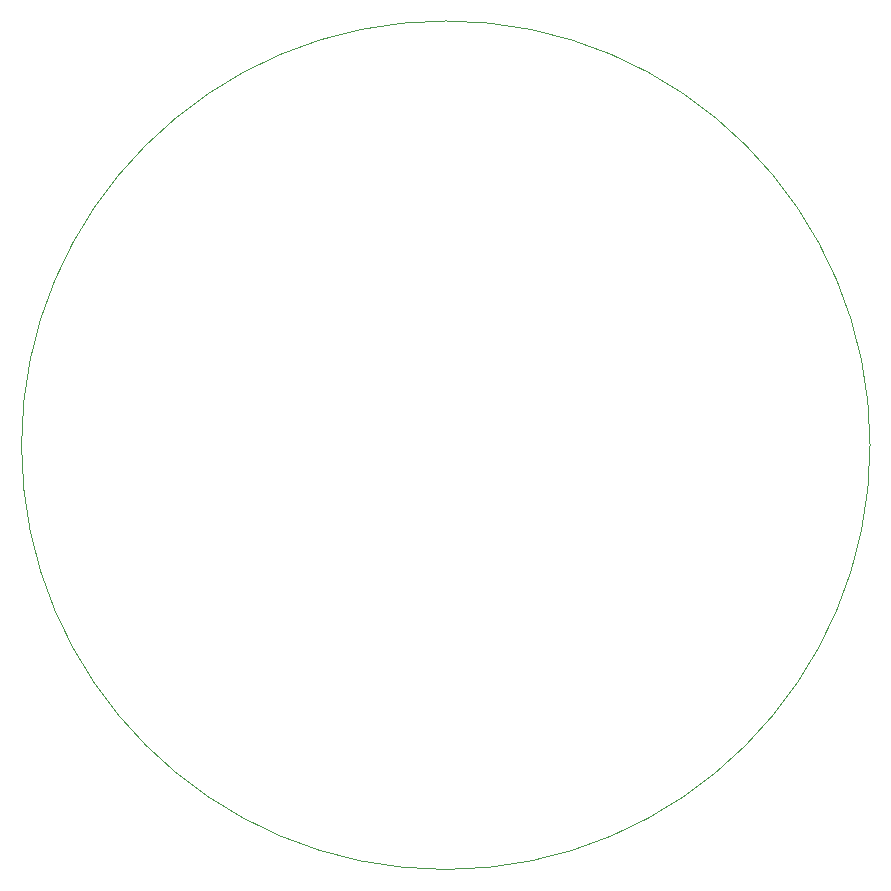
<source format=gbr>
%TF.GenerationSoftware,KiCad,Pcbnew,9.0.2*%
%TF.CreationDate,2025-06-14T23:39:35+05:30*%
%TF.ProjectId,ir hub,69722068-7562-42e6-9b69-6361645f7063,rev?*%
%TF.SameCoordinates,Original*%
%TF.FileFunction,Profile,NP*%
%FSLAX46Y46*%
G04 Gerber Fmt 4.6, Leading zero omitted, Abs format (unit mm)*
G04 Created by KiCad (PCBNEW 9.0.2) date 2025-06-14 23:39:35*
%MOMM*%
%LPD*%
G01*
G04 APERTURE LIST*
%TA.AperFunction,Profile*%
%ADD10C,0.050000*%
%TD*%
G04 APERTURE END LIST*
D10*
X189836316Y-84853722D02*
G75*
G02*
X117994268Y-84853722I-35921024J0D01*
G01*
X117994268Y-84853722D02*
G75*
G02*
X189836316Y-84853722I35921024J0D01*
G01*
M02*

</source>
